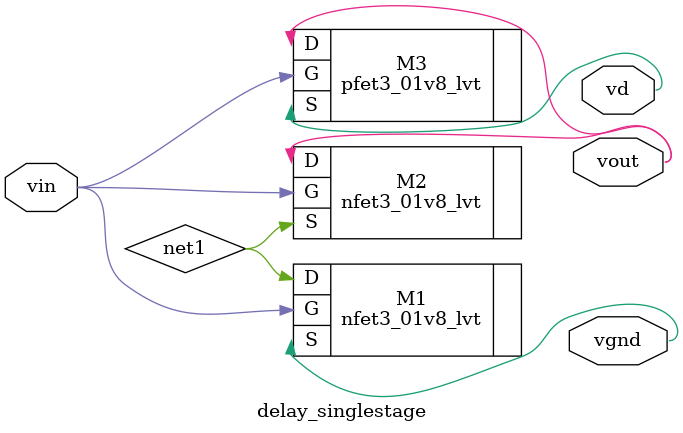
<source format=v>
module delay_singlestage (
  output wire vd,
  output wire vout,
  output wire vgnd,
  input wire vin
);

wire net1  ;
wire net2  ;
wire net3  ;
wire GND  ;

nfet3_01v8_lvt
M1 (
 .D( net1 ),
 .G( vin ),
 .S( vgnd )
);


nfet3_01v8_lvt
M2 (
 .D( vout ),
 .G( vin ),
 .S( net1 )
);


pfet3_01v8_lvt
M3 (
 .D( vout ),
 .G( vin ),
 .S( vd )
);


endmodule

</source>
